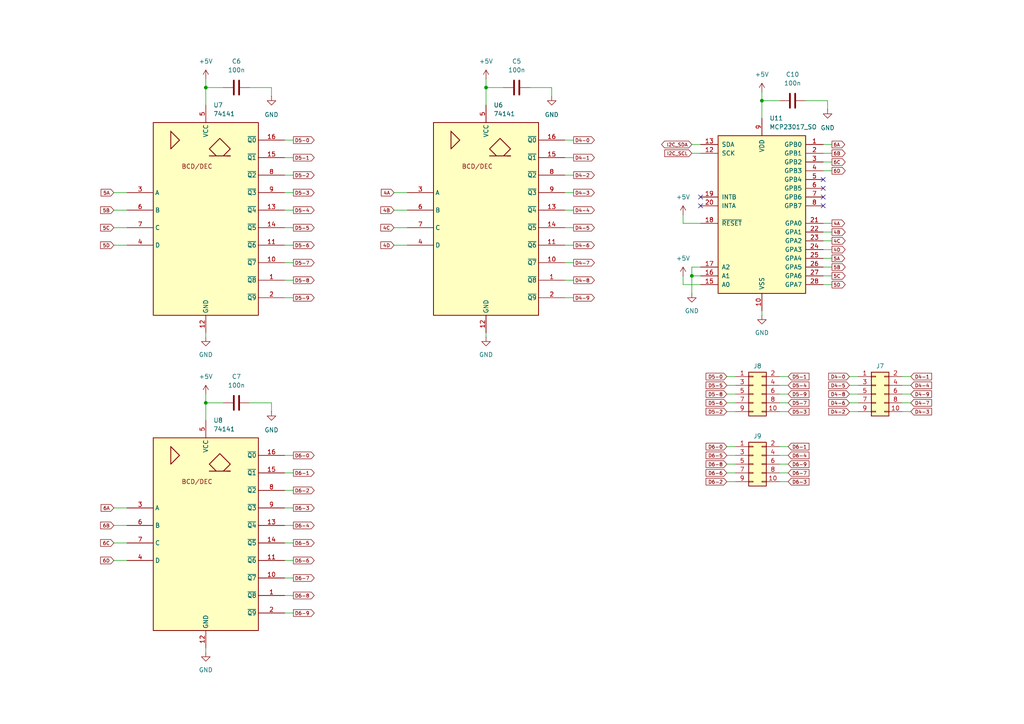
<source format=kicad_sch>
(kicad_sch (version 20231120) (generator "eeschema") (generator_version "8.0")
  (paper "A4")
  (lib_symbols
    (symbol "74xx_IEEE:74141"
      (property "Reference" "U" (at 0 0 0))
      (property "Value" "74141" (at 15.24 -30.48 0))
      (symbol "74141_0_0"
        (polyline (pts (xy 7.112 18.288) (xy 6.096 18.288) (xy 6.096 18.288)) (stroke (width 0.254)) (fill (type background)))
        (polyline (pts (xy -10.16 25.4) (xy -10.16 20.32) (xy -7.62 22.86) (xy -10.16 25.4) (xy -10.16 25.4)) (stroke (width 0.254)) (fill (type background)))
        (polyline (pts (xy 5.08 18.288) (xy 7.112 20.32) (xy 4.064 23.368) (xy 1.016 20.32) (xy 3.048 18.288) (xy 1.016 18.288) (xy 7.112 18.288)) (stroke (width 0.254)) (fill (type background)))
        (text "BCD/DEC" (at -2.54 15.24 0) (effects (font (size 1.27 1.27))))
        (pin power_in line (at 0 -33.02 90) (length 5.08) (name "GND") (number "12"))
        (pin power_in line (at 0 33.02 270) (length 5.08) (name "VCC") (number "5"))
      )
      (symbol "74141_0_1"
        (rectangle (start -15.24 27.94) (end 15.24 -27.94) (stroke (width 0.254)) (fill (type background)))
      )
      (symbol "74141_1_1"
        (pin open_collector line (at 22.86 -17.78 180) (length 7.62) (name "~{Q8}") (number "1"))
        (pin open_collector line (at 22.86 -12.7 180) (length 7.62) (name "~{Q7}") (number "10"))
        (pin open_collector line (at 22.86 -7.62 180) (length 7.62) (name "~{Q6}") (number "11"))
        (pin open_collector line (at 22.86 2.54 180) (length 7.62) (name "~{Q4}") (number "13"))
        (pin open_collector line (at 22.86 -2.54 180) (length 7.62) (name "~{Q5}") (number "14"))
        (pin open_collector line (at 22.86 17.78 180) (length 7.62) (name "~{Q1}") (number "15"))
        (pin open_collector line (at 22.86 22.86 180) (length 7.62) (name "~{Q0}") (number "16"))
        (pin open_collector line (at 22.86 -22.86 180) (length 7.62) (name "~{Q9}") (number "2"))
        (pin input line (at -22.86 7.62 0) (length 7.62) (name "A") (number "3"))
        (pin input line (at -22.86 -7.62 0) (length 7.62) (name "D") (number "4"))
        (pin input line (at -22.86 2.54 0) (length 7.62) (name "B") (number "6"))
        (pin input line (at -22.86 -2.54 0) (length 7.62) (name "C") (number "7"))
        (pin open_collector line (at 22.86 12.7 180) (length 7.62) (name "~{Q2}") (number "8"))
        (pin open_collector line (at 22.86 7.62 180) (length 7.62) (name "~{Q3}") (number "9"))
      )
    )
    (symbol "Connector_Generic:Conn_02x05_Odd_Even" (pin_names (offset 1.016) hide)
      (property "Reference" "J" (at 1.27 7.62 0))
      (property "Value" "Conn_02x05_Odd_Even" (at 1.27 -7.62 0))
      (symbol "Conn_02x05_Odd_Even_1_1"
        (rectangle (start -1.27 -4.953) (end 0 -5.207) (stroke (width 0.1524)))
        (rectangle (start -1.27 -2.413) (end 0 -2.667) (stroke (width 0.1524)))
        (rectangle (start -1.27 0.127) (end 0 -0.127) (stroke (width 0.1524)))
        (rectangle (start -1.27 2.667) (end 0 2.413) (stroke (width 0.1524)))
        (rectangle (start -1.27 5.207) (end 0 4.953) (stroke (width 0.1524)))
        (rectangle (start -1.27 6.35) (end 3.81 -6.35) (stroke (width 0.254)) (fill (type background)))
        (rectangle (start 3.81 -4.953) (end 2.54 -5.207) (stroke (width 0.1524)))
        (rectangle (start 3.81 -2.413) (end 2.54 -2.667) (stroke (width 0.1524)))
        (rectangle (start 3.81 0.127) (end 2.54 -0.127) (stroke (width 0.1524)))
        (rectangle (start 3.81 2.667) (end 2.54 2.413) (stroke (width 0.1524)))
        (rectangle (start 3.81 5.207) (end 2.54 4.953) (stroke (width 0.1524)))
        (pin passive line (at -5.08 5.08 0) (length 3.81) (name "Pin_1") (number "1"))
        (pin passive line (at 7.62 -5.08 180) (length 3.81) (name "Pin_10") (number "10"))
        (pin passive line (at 7.62 5.08 180) (length 3.81) (name "Pin_2") (number "2"))
        (pin passive line (at -5.08 2.54 0) (length 3.81) (name "Pin_3") (number "3"))
        (pin passive line (at 7.62 2.54 180) (length 3.81) (name "Pin_4") (number "4"))
        (pin passive line (at -5.08 0 0) (length 3.81) (name "Pin_5") (number "5"))
        (pin passive line (at 7.62 0 180) (length 3.81) (name "Pin_6") (number "6"))
        (pin passive line (at -5.08 -2.54 0) (length 3.81) (name "Pin_7") (number "7"))
        (pin passive line (at 7.62 -2.54 180) (length 3.81) (name "Pin_8") (number "8"))
        (pin passive line (at -5.08 -5.08 0) (length 3.81) (name "Pin_9") (number "9"))
      )
    )
    (symbol "Device:C" (pin_numbers hide) (pin_names (offset 0.254))
      (property "Reference" "C" (at 0.635 2.54 0))
      (property "Value" "C" (at 0.635 -2.54 0))
      (symbol "C_0_1"
        (polyline (pts (xy -2.032 -0.762) (xy 2.032 -0.762)) (stroke (width 0.508)))
        (polyline (pts (xy -2.032 0.762) (xy 2.032 0.762)) (stroke (width 0.508)))
      )
      (symbol "C_1_1"
        (pin passive line (at 0 3.81 270) (length 2.794) (name "~") (number "1"))
        (pin passive line (at 0 -3.81 90) (length 2.794) (name "~") (number "2"))
      )
    )
    (symbol "Interface_Expansion:MCP23017_SO" (pin_names (offset 1.016))
      (property "Reference" "U" (at -11.43 24.13 0))
      (property "Value" "MCP23017_SO" (at 0 0 0))
      (symbol "MCP23017_SO_0_1"
        (rectangle (start -12.7 22.86) (end 12.7 -22.86) (stroke (width 0.254)) (fill (type background)))
      )
      (symbol "MCP23017_SO_1_1"
        (pin bidirectional line (at 17.78 20.32 180) (length 5.08) (name "GPB0") (number "1"))
        (pin power_in line (at 0 -27.94 90) (length 5.08) (name "VSS") (number "10"))
        (pin no_connect line (at -12.7 15.24 0) (length 5.08) hide (name "NC") (number "11"))
        (pin input line (at -17.78 17.78 0) (length 5.08) (name "SCK") (number "12"))
        (pin bidirectional line (at -17.78 20.32 0) (length 5.08) (name "SDA") (number "13"))
        (pin no_connect line (at -12.7 12.7 0) (length 5.08) hide (name "NC") (number "14"))
        (pin input line (at -17.78 -20.32 0) (length 5.08) (name "A0") (number "15"))
        (pin input line (at -17.78 -17.78 0) (length 5.08) (name "A1") (number "16"))
        (pin input line (at -17.78 -15.24 0) (length 5.08) (name "A2") (number "17"))
        (pin input line (at -17.78 -2.54 0) (length 5.08) (name "~{RESET}") (number "18"))
        (pin tri_state line (at -17.78 5.08 0) (length 5.08) (name "INTB") (number "19"))
        (pin bidirectional line (at 17.78 17.78 180) (length 5.08) (name "GPB1") (number "2"))
        (pin tri_state line (at -17.78 2.54 0) (length 5.08) (name "INTA") (number "20"))
        (pin bidirectional line (at 17.78 -2.54 180) (length 5.08) (name "GPA0") (number "21"))
        (pin bidirectional line (at 17.78 -5.08 180) (length 5.08) (name "GPA1") (number "22"))
        (pin bidirectional line (at 17.78 -7.62 180) (length 5.08) (name "GPA2") (number "23"))
        (pin bidirectional line (at 17.78 -10.16 180) (length 5.08) (name "GPA3") (number "24"))
        (pin bidirectional line (at 17.78 -12.7 180) (length 5.08) (name "GPA4") (number "25"))
        (pin bidirectional line (at 17.78 -15.24 180) (length 5.08) (name "GPA5") (number "26"))
        (pin bidirectional line (at 17.78 -17.78 180) (length 5.08) (name "GPA6") (number "27"))
        (pin bidirectional line (at 17.78 -20.32 180) (length 5.08) (name "GPA7") (number "28"))
        (pin bidirectional line (at 17.78 15.24 180) (length 5.08) (name "GPB2") (number "3"))
        (pin bidirectional line (at 17.78 12.7 180) (length 5.08) (name "GPB3") (number "4"))
        (pin bidirectional line (at 17.78 10.16 180) (length 5.08) (name "GPB4") (number "5"))
        (pin bidirectional line (at 17.78 7.62 180) (length 5.08) (name "GPB5") (number "6"))
        (pin bidirectional line (at 17.78 5.08 180) (length 5.08) (name "GPB6") (number "7"))
        (pin bidirectional line (at 17.78 2.54 180) (length 5.08) (name "GPB7") (number "8"))
        (pin power_in line (at 0 27.94 270) (length 5.08) (name "VDD") (number "9"))
      )
    )
    (symbol "power:+5V" (power) (pin_numbers hide) (pin_names (offset 0) hide)
      (property "Value" "+5V" (at 0 3.556 0))
      (symbol "+5V_0_1"
        (polyline (pts (xy -0.762 1.27) (xy 0 2.54)))
        (polyline (pts (xy 0 0) (xy 0 2.54)))
        (polyline (pts (xy 0 2.54) (xy 0.762 1.27)))
      )
      (symbol "+5V_1_1"
        (pin power_in line (at 0 0 90) (length 0) (name "~") (number "1"))
      )
    )
    (symbol "power:GND" (power) (pin_numbers hide) (pin_names (offset 0) hide)
      (property "Value" "GND" (at 0 -3.81 0))
      (symbol "GND_0_1"
        (polyline (pts (xy 0 0) (xy 0 -1.27) (xy 1.27 -1.27) (xy 0 -2.54) (xy -1.27 -1.27) (xy 0 -1.27)))
      )
      (symbol "GND_1_1"
        (pin power_in line (at 0 0 270) (length 0) (name "~") (number "1"))
      )
    )
  )
  (junction (at 140.97 25.4))
  (junction (at 200.66 80.01))
  (junction (at 220.98 29.21))
  (junction (at 59.69 116.84))
  (junction (at 59.69 25.4))
  (no_connect (at 238.76 59.69))
  (no_connect (at 203.2 57.15))
  (no_connect (at 203.2 59.69))
  (no_connect (at 238.76 54.61))
  (no_connect (at 238.76 57.15))
  (no_connect (at 238.76 52.07))
  (wire (pts (xy 82.55 162.56) (xy 85.09 162.56)))
  (wire (pts (xy 140.97 25.4) (xy 140.97 30.48)))
  (wire (pts (xy 160.02 25.4) (xy 160.02 27.94)))
  (wire (pts (xy 82.55 177.8) (xy 85.09 177.8)))
  (wire (pts (xy 238.76 69.85) (xy 241.3 69.85)))
  (wire (pts (xy 238.76 49.53) (xy 241.3 49.53)))
  (wire (pts (xy 226.06 116.84) (xy 228.6 116.84)))
  (wire (pts (xy 114.3 55.88) (xy 118.11 55.88)))
  (wire (pts (xy 226.06 137.16) (xy 228.6 137.16)))
  (wire (pts (xy 226.06 111.76) (xy 228.6 111.76)))
  (wire (pts (xy 140.97 22.86) (xy 140.97 25.4)))
  (wire (pts (xy 261.62 114.3) (xy 264.16 114.3)))
  (wire (pts (xy 82.55 167.64) (xy 85.09 167.64)))
  (wire (pts (xy 226.06 119.38) (xy 228.6 119.38)))
  (wire (pts (xy 248.92 119.38) (xy 246.38 119.38)))
  (wire (pts (xy 59.69 96.52) (xy 59.69 97.79)))
  (wire (pts (xy 213.36 114.3) (xy 210.82 114.3)))
  (wire (pts (xy 238.76 64.77) (xy 241.3 64.77)))
  (wire (pts (xy 198.12 64.77) (xy 203.2 64.77)))
  (wire (pts (xy 114.3 66.04) (xy 118.11 66.04)))
  (wire (pts (xy 248.92 111.76) (xy 246.38 111.76)))
  (wire (pts (xy 82.55 60.96) (xy 85.09 60.96)))
  (wire (pts (xy 82.55 132.08) (xy 85.09 132.08)))
  (wire (pts (xy 248.92 114.3) (xy 246.38 114.3)))
  (wire (pts (xy 82.55 55.88) (xy 85.09 55.88)))
  (wire (pts (xy 226.06 129.54) (xy 228.6 129.54)))
  (wire (pts (xy 163.83 66.04) (xy 166.37 66.04)))
  (wire (pts (xy 33.02 157.48) (xy 36.83 157.48)))
  (wire (pts (xy 59.69 116.84) (xy 59.69 121.92)))
  (wire (pts (xy 226.06 139.7) (xy 228.6 139.7)))
  (wire (pts (xy 261.62 111.76) (xy 264.16 111.76)))
  (wire (pts (xy 220.98 29.21) (xy 220.98 34.29)))
  (wire (pts (xy 82.55 147.32) (xy 85.09 147.32)))
  (wire (pts (xy 238.76 67.31) (xy 241.3 67.31)))
  (wire (pts (xy 163.83 45.72) (xy 166.37 45.72)))
  (wire (pts (xy 200.66 77.47) (xy 200.66 80.01)))
  (wire (pts (xy 82.55 137.16) (xy 85.09 137.16)))
  (wire (pts (xy 33.02 147.32) (xy 36.83 147.32)))
  (wire (pts (xy 238.76 80.01) (xy 241.3 80.01)))
  (wire (pts (xy 261.62 109.22) (xy 264.16 109.22)))
  (wire (pts (xy 33.02 60.96) (xy 36.83 60.96)))
  (wire (pts (xy 213.36 134.62) (xy 210.82 134.62)))
  (wire (pts (xy 261.62 116.84) (xy 264.16 116.84)))
  (wire (pts (xy 163.83 76.2) (xy 166.37 76.2)))
  (wire (pts (xy 33.02 66.04) (xy 36.83 66.04)))
  (wire (pts (xy 59.69 116.84) (xy 64.77 116.84)))
  (wire (pts (xy 140.97 25.4) (xy 146.05 25.4)))
  (wire (pts (xy 226.06 109.22) (xy 228.6 109.22)))
  (wire (pts (xy 213.36 132.08) (xy 210.82 132.08)))
  (wire (pts (xy 163.83 86.36) (xy 166.37 86.36)))
  (wire (pts (xy 213.36 137.16) (xy 210.82 137.16)))
  (wire (pts (xy 72.39 25.4) (xy 78.74 25.4)))
  (wire (pts (xy 59.69 114.3) (xy 59.69 116.84)))
  (wire (pts (xy 82.55 50.8) (xy 85.09 50.8)))
  (wire (pts (xy 200.66 41.91) (xy 203.2 41.91)))
  (wire (pts (xy 226.06 114.3) (xy 228.6 114.3)))
  (wire (pts (xy 238.76 41.91) (xy 241.3 41.91)))
  (wire (pts (xy 213.36 109.22) (xy 210.82 109.22)))
  (wire (pts (xy 226.06 134.62) (xy 228.6 134.62)))
  (wire (pts (xy 238.76 74.93) (xy 241.3 74.93)))
  (wire (pts (xy 82.55 76.2) (xy 85.09 76.2)))
  (wire (pts (xy 198.12 82.55) (xy 203.2 82.55)))
  (wire (pts (xy 59.69 22.86) (xy 59.69 25.4)))
  (wire (pts (xy 240.03 29.21) (xy 240.03 31.75)))
  (wire (pts (xy 82.55 40.64) (xy 85.09 40.64)))
  (wire (pts (xy 82.55 142.24) (xy 85.09 142.24)))
  (wire (pts (xy 163.83 50.8) (xy 166.37 50.8)))
  (wire (pts (xy 200.66 77.47) (xy 203.2 77.47)))
  (wire (pts (xy 238.76 46.99) (xy 241.3 46.99)))
  (wire (pts (xy 82.55 45.72) (xy 85.09 45.72)))
  (wire (pts (xy 220.98 90.17) (xy 220.98 91.44)))
  (wire (pts (xy 261.62 119.38) (xy 264.16 119.38)))
  (wire (pts (xy 200.66 80.01) (xy 203.2 80.01)))
  (wire (pts (xy 33.02 55.88) (xy 36.83 55.88)))
  (wire (pts (xy 248.92 116.84) (xy 246.38 116.84)))
  (wire (pts (xy 226.06 132.08) (xy 228.6 132.08)))
  (wire (pts (xy 163.83 60.96) (xy 166.37 60.96)))
  (wire (pts (xy 233.68 29.21) (xy 240.03 29.21)))
  (wire (pts (xy 163.83 81.28) (xy 166.37 81.28)))
  (wire (pts (xy 238.76 44.45) (xy 241.3 44.45)))
  (wire (pts (xy 72.39 116.84) (xy 78.74 116.84)))
  (wire (pts (xy 248.92 109.22) (xy 246.38 109.22)))
  (wire (pts (xy 140.97 96.52) (xy 140.97 97.79)))
  (wire (pts (xy 82.55 152.4) (xy 85.09 152.4)))
  (wire (pts (xy 213.36 111.76) (xy 210.82 111.76)))
  (wire (pts (xy 33.02 162.56) (xy 36.83 162.56)))
  (wire (pts (xy 238.76 82.55) (xy 241.3 82.55)))
  (wire (pts (xy 82.55 81.28) (xy 85.09 81.28)))
  (wire (pts (xy 59.69 187.96) (xy 59.69 189.23)))
  (wire (pts (xy 82.55 172.72) (xy 85.09 172.72)))
  (wire (pts (xy 213.36 129.54) (xy 210.82 129.54)))
  (wire (pts (xy 213.36 116.84) (xy 210.82 116.84)))
  (wire (pts (xy 163.83 40.64) (xy 166.37 40.64)))
  (wire (pts (xy 114.3 60.96) (xy 118.11 60.96)))
  (wire (pts (xy 82.55 157.48) (xy 85.09 157.48)))
  (wire (pts (xy 163.83 55.88) (xy 166.37 55.88)))
  (wire (pts (xy 153.67 25.4) (xy 160.02 25.4)))
  (wire (pts (xy 33.02 71.12) (xy 36.83 71.12)))
  (wire (pts (xy 200.66 44.45) (xy 203.2 44.45)))
  (wire (pts (xy 220.98 29.21) (xy 226.06 29.21)))
  (wire (pts (xy 82.55 86.36) (xy 85.09 86.36)))
  (wire (pts (xy 200.66 80.01) (xy 200.66 85.09)))
  (wire (pts (xy 163.83 71.12) (xy 166.37 71.12)))
  (wire (pts (xy 198.12 80.01) (xy 198.12 82.55)))
  (wire (pts (xy 82.55 71.12) (xy 85.09 71.12)))
  (wire (pts (xy 59.69 25.4) (xy 59.69 30.48)))
  (wire (pts (xy 213.36 139.7) (xy 210.82 139.7)))
  (wire (pts (xy 198.12 62.23) (xy 198.12 64.77)))
  (wire (pts (xy 82.55 66.04) (xy 85.09 66.04)))
  (wire (pts (xy 238.76 72.39) (xy 241.3 72.39)))
  (wire (pts (xy 114.3 71.12) (xy 118.11 71.12)))
  (wire (pts (xy 33.02 152.4) (xy 36.83 152.4)))
  (wire (pts (xy 78.74 116.84) (xy 78.74 119.38)))
  (wire (pts (xy 78.74 25.4) (xy 78.74 27.94)))
  (wire (pts (xy 220.98 26.67) (xy 220.98 29.21)))
  (wire (pts (xy 59.69 25.4) (xy 64.77 25.4)))
  (wire (pts (xy 213.36 119.38) (xy 210.82 119.38)))
  (wire (pts (xy 238.76 77.47) (xy 241.3 77.47)))
  (global_label "D5-5" (shape input) (at 210.82 111.76 180) (effects (font (size 1 1))) (property "Intersheetrefs" "${INTERSHEET_REFS}" (effects (hide yes))))
  (global_label "I2C_SCL" (shape input) (at 200.66 44.45 180) (effects (font (size 1 1))) (property "Intersheetrefs" "${INTERSHEET_REFS}" (effects (hide yes))))
  (global_label "D6-3" (shape output) (at 85.09 147.32 0) (effects (font (size 1 1))) (property "Intersheetrefs" "${INTERSHEET_REFS}" (effects (hide yes))))
  (global_label "D6-7" (shape output) (at 85.09 167.64 0) (effects (font (size 1 1))) (property "Intersheetrefs" "${INTERSHEET_REFS}" (effects (hide yes))))
  (global_label "D4-2" (shape output) (at 166.37 50.8 0) (effects (font (size 1 1))) (property "Intersheetrefs" "${INTERSHEET_REFS}" (effects (hide yes))))
  (global_label "4B" (shape output) (at 241.3 67.31 0) (effects (font (size 1 1))) (property "Intersheetrefs" "${INTERSHEET_REFS}" (effects (hide yes))))
  (global_label "5C" (shape input) (at 33.02 66.04 180) (effects (font (size 1 1))) (property "Intersheetrefs" "${INTERSHEET_REFS}" (effects (hide yes))))
  (global_label "D4-2" (shape input) (at 246.38 119.38 180) (effects (font (size 1 1))) (property "Intersheetrefs" "${INTERSHEET_REFS}" (effects (hide yes))))
  (global_label "6C" (shape output) (at 241.3 46.99 0) (effects (font (size 1 1))) (property "Intersheetrefs" "${INTERSHEET_REFS}" (effects (hide yes))))
  (global_label "D5-4" (shape output) (at 85.09 60.96 0) (effects (font (size 1 1))) (property "Intersheetrefs" "${INTERSHEET_REFS}" (effects (hide yes))))
  (global_label "D4-0" (shape input) (at 246.38 109.22 180) (effects (font (size 1 1))) (property "Intersheetrefs" "${INTERSHEET_REFS}" (effects (hide yes))))
  (global_label "D4-5" (shape input) (at 246.38 111.76 180) (effects (font (size 1 1))) (property "Intersheetrefs" "${INTERSHEET_REFS}" (effects (hide yes))))
  (global_label "5D" (shape input) (at 33.02 71.12 180) (effects (font (size 1 1))) (property "Intersheetrefs" "${INTERSHEET_REFS}" (effects (hide yes))))
  (global_label "D4-1" (shape output) (at 166.37 45.72 0) (effects (font (size 1 1))) (property "Intersheetrefs" "${INTERSHEET_REFS}" (effects (hide yes))))
  (global_label "D4-4" (shape output) (at 166.37 60.96 0) (effects (font (size 1 1))) (property "Intersheetrefs" "${INTERSHEET_REFS}" (effects (hide yes))))
  (global_label "D6-4" (shape output) (at 85.09 152.4 0) (effects (font (size 1 1))) (property "Intersheetrefs" "${INTERSHEET_REFS}" (effects (hide yes))))
  (global_label "D6-6" (shape input) (at 210.82 137.16 180) (effects (font (size 1 1))) (property "Intersheetrefs" "${INTERSHEET_REFS}" (effects (hide yes))))
  (global_label "D5-2" (shape output) (at 85.09 50.8 0) (effects (font (size 1 1))) (property "Intersheetrefs" "${INTERSHEET_REFS}" (effects (hide yes))))
  (global_label "D5-0" (shape input) (at 210.82 109.22 180) (effects (font (size 1 1))) (property "Intersheetrefs" "${INTERSHEET_REFS}" (effects (hide yes))))
  (global_label "D5-6" (shape input) (at 210.82 116.84 180) (effects (font (size 1 1))) (property "Intersheetrefs" "${INTERSHEET_REFS}" (effects (hide yes))))
  (global_label "D6-3" (shape input) (at 228.6 139.7 0) (effects (font (size 1 1))) (property "Intersheetrefs" "${INTERSHEET_REFS}" (effects (hide yes))))
  (global_label "5C" (shape output) (at 241.3 80.01 0) (effects (font (size 1 1))) (property "Intersheetrefs" "${INTERSHEET_REFS}" (effects (hide yes))))
  (global_label "D6-5" (shape input) (at 210.82 132.08 180) (effects (font (size 1 1))) (property "Intersheetrefs" "${INTERSHEET_REFS}" (effects (hide yes))))
  (global_label "6D" (shape input) (at 33.02 162.56 180) (effects (font (size 1 1))) (property "Intersheetrefs" "${INTERSHEET_REFS}" (effects (hide yes))))
  (global_label "D4-6" (shape output) (at 166.37 71.12 0) (effects (font (size 1 1))) (property "Intersheetrefs" "${INTERSHEET_REFS}" (effects (hide yes))))
  (global_label "D4-5" (shape output) (at 166.37 66.04 0) (effects (font (size 1 1))) (property "Intersheetrefs" "${INTERSHEET_REFS}" (effects (hide yes))))
  (global_label "5B" (shape input) (at 33.02 60.96 180) (effects (font (size 1 1))) (property "Intersheetrefs" "${INTERSHEET_REFS}" (effects (hide yes))))
  (global_label "D5-8" (shape input) (at 210.82 114.3 180) (effects (font (size 1 1))) (property "Intersheetrefs" "${INTERSHEET_REFS}" (effects (hide yes))))
  (global_label "D6-2" (shape input) (at 210.82 139.7 180) (effects (font (size 1 1))) (property "Intersheetrefs" "${INTERSHEET_REFS}" (effects (hide yes))))
  (global_label "6C" (shape input) (at 33.02 157.48 180) (effects (font (size 1 1))) (property "Intersheetrefs" "${INTERSHEET_REFS}" (effects (hide yes))))
  (global_label "D6-0" (shape input) (at 210.82 129.54 180) (effects (font (size 1 1))) (property "Intersheetrefs" "${INTERSHEET_REFS}" (effects (hide yes))))
  (global_label "D5-5" (shape output) (at 85.09 66.04 0) (effects (font (size 1 1))) (property "Intersheetrefs" "${INTERSHEET_REFS}" (effects (hide yes))))
  (global_label "D4-4" (shape input) (at 264.16 111.76 0) (effects (font (size 1 1))) (property "Intersheetrefs" "${INTERSHEET_REFS}" (effects (hide yes))))
  (global_label "6A" (shape output) (at 241.3 41.91 0) (effects (font (size 1 1))) (property "Intersheetrefs" "${INTERSHEET_REFS}" (effects (hide yes))))
  (global_label "6D" (shape output) (at 241.3 49.53 0) (effects (font (size 1 1))) (property "Intersheetrefs" "${INTERSHEET_REFS}" (effects (hide yes))))
  (global_label "D4-3" (shape output) (at 166.37 55.88 0) (effects (font (size 1 1))) (property "Intersheetrefs" "${INTERSHEET_REFS}" (effects (hide yes))))
  (global_label "5D" (shape output) (at 241.3 82.55 0) (effects (font (size 1 1))) (property "Intersheetrefs" "${INTERSHEET_REFS}" (effects (hide yes))))
  (global_label "5B" (shape output) (at 241.3 77.47 0) (effects (font (size 1 1))) (property "Intersheetrefs" "${INTERSHEET_REFS}" (effects (hide yes))))
  (global_label "4D" (shape output) (at 241.3 72.39 0) (effects (font (size 1 1))) (property "Intersheetrefs" "${INTERSHEET_REFS}" (effects (hide yes))))
  (global_label "D6-8" (shape input) (at 210.82 134.62 180) (effects (font (size 1 1))) (property "Intersheetrefs" "${INTERSHEET_REFS}" (effects (hide yes))))
  (global_label "4C" (shape input) (at 114.3 66.04 180) (effects (font (size 1 1))) (property "Intersheetrefs" "${INTERSHEET_REFS}" (effects (hide yes))))
  (global_label "4C" (shape output) (at 241.3 69.85 0) (effects (font (size 1 1))) (property "Intersheetrefs" "${INTERSHEET_REFS}" (effects (hide yes))))
  (global_label "5A" (shape output) (at 241.3 74.93 0) (effects (font (size 1 1))) (property "Intersheetrefs" "${INTERSHEET_REFS}" (effects (hide yes))))
  (global_label "4D" (shape input) (at 114.3 71.12 180) (effects (font (size 1 1))) (property "Intersheetrefs" "${INTERSHEET_REFS}" (effects (hide yes))))
  (global_label "D5-1" (shape input) (at 228.6 109.22 0) (effects (font (size 1 1))) (property "Intersheetrefs" "${INTERSHEET_REFS}" (effects (hide yes))))
  (global_label "D6-7" (shape input) (at 228.6 137.16 0) (effects (font (size 1 1))) (property "Intersheetrefs" "${INTERSHEET_REFS}" (effects (hide yes))))
  (global_label "D5-3" (shape output) (at 85.09 55.88 0) (effects (font (size 1 1))) (property "Intersheetrefs" "${INTERSHEET_REFS}" (effects (hide yes))))
  (global_label "D4-7" (shape input) (at 264.16 116.84 0) (effects (font (size 1 1))) (property "Intersheetrefs" "${INTERSHEET_REFS}" (effects (hide yes))))
  (global_label "D5-4" (shape input) (at 228.6 111.76 0) (effects (font (size 1 1))) (property "Intersheetrefs" "${INTERSHEET_REFS}" (effects (hide yes))))
  (global_label "D6-8" (shape output) (at 85.09 172.72 0) (effects (font (size 1 1))) (property "Intersheetrefs" "${INTERSHEET_REFS}" (effects (hide yes))))
  (global_label "D4-7" (shape output) (at 166.37 76.2 0) (effects (font (size 1 1))) (property "Intersheetrefs" "${INTERSHEET_REFS}" (effects (hide yes))))
  (global_label "D4-8" (shape input) (at 246.38 114.3 180) (effects (font (size 1 1))) (property "Intersheetrefs" "${INTERSHEET_REFS}" (effects (hide yes))))
  (global_label "6B" (shape input) (at 33.02 152.4 180) (effects (font (size 1 1))) (property "Intersheetrefs" "${INTERSHEET_REFS}" (effects (hide yes))))
  (global_label "D5-0" (shape output) (at 85.09 40.64 0) (effects (font (size 1 1))) (property "Intersheetrefs" "${INTERSHEET_REFS}" (effects (hide yes))))
  (global_label "D6-6" (shape output) (at 85.09 162.56 0) (effects (font (size 1 1))) (property "Intersheetrefs" "${INTERSHEET_REFS}" (effects (hide yes))))
  (global_label "D4-9" (shape output) (at 166.37 86.36 0) (effects (font (size 1 1))) (property "Intersheetrefs" "${INTERSHEET_REFS}" (effects (hide yes))))
  (global_label "6A" (shape input) (at 33.02 147.32 180) (effects (font (size 1 1))) (property "Intersheetrefs" "${INTERSHEET_REFS}" (effects (hide yes))))
  (global_label "D4-8" (shape output) (at 166.37 81.28 0) (effects (font (size 1 1))) (property "Intersheetrefs" "${INTERSHEET_REFS}" (effects (hide yes))))
  (global_label "D4-0" (shape output) (at 166.37 40.64 0) (effects (font (size 1 1))) (property "Intersheetrefs" "${INTERSHEET_REFS}" (effects (hide yes))))
  (global_label "D5-8" (shape output) (at 85.09 81.28 0) (effects (font (size 1 1))) (property "Intersheetrefs" "${INTERSHEET_REFS}" (effects (hide yes))))
  (global_label "D5-3" (shape input) (at 228.6 119.38 0) (effects (font (size 1 1))) (property "Intersheetrefs" "${INTERSHEET_REFS}" (effects (hide yes))))
  (global_label "4B" (shape input) (at 114.3 60.96 180) (effects (font (size 1 1))) (property "Intersheetrefs" "${INTERSHEET_REFS}" (effects (hide yes))))
  (global_label "4A" (shape input) (at 114.3 55.88 180) (effects (font (size 1 1))) (property "Intersheetrefs" "${INTERSHEET_REFS}" (effects (hide yes))))
  (global_label "5A" (shape input) (at 33.02 55.88 180) (effects (font (size 1 1))) (property "Intersheetrefs" "${INTERSHEET_REFS}" (effects (hide yes))))
  (global_label "4A" (shape output) (at 241.3 64.77 0) (effects (font (size 1 1))) (property "Intersheetrefs" "${INTERSHEET_REFS}" (effects (hide yes))))
  (global_label "D4-3" (shape input) (at 264.16 119.38 0) (effects (font (size 1 1))) (property "Intersheetrefs" "${INTERSHEET_REFS}" (effects (hide yes))))
  (global_label "D6-1" (shape input) (at 228.6 129.54 0) (effects (font (size 1 1))) (property "Intersheetrefs" "${INTERSHEET_REFS}" (effects (hide yes))))
  (global_label "D6-2" (shape output) (at 85.09 142.24 0) (effects (font (size 1 1))) (property "Intersheetrefs" "${INTERSHEET_REFS}" (effects (hide yes))))
  (global_label "D6-4" (shape input) (at 228.6 132.08 0) (effects (font (size 1 1))) (property "Intersheetrefs" "${INTERSHEET_REFS}" (effects (hide yes))))
  (global_label "D6-1" (shape output) (at 85.09 137.16 0) (effects (font (size 1 1))) (property "Intersheetrefs" "${INTERSHEET_REFS}" (effects (hide yes))))
  (global_label "D4-1" (shape input) (at 264.16 109.22 0) (effects (font (size 1 1))) (property "Intersheetrefs" "${INTERSHEET_REFS}" (effects (hide yes))))
  (global_label "D5-7" (shape output) (at 85.09 76.2 0) (effects (font (size 1 1))) (property "Intersheetrefs" "${INTERSHEET_REFS}" (effects (hide yes))))
  (global_label "D5-1" (shape output) (at 85.09 45.72 0) (effects (font (size 1 1))) (property "Intersheetrefs" "${INTERSHEET_REFS}" (effects (hide yes))))
  (global_label "D5-9" (shape input) (at 228.6 114.3 0) (effects (font (size 1 1))) (property "Intersheetrefs" "${INTERSHEET_REFS}" (effects (hide yes))))
  (global_label "D6-0" (shape output) (at 85.09 132.08 0) (effects (font (size 1 1))) (property "Intersheetrefs" "${INTERSHEET_REFS}" (effects (hide yes))))
  (global_label "I2C_SDA" (shape bidirectional) (at 200.66 41.91 180) (effects (font (size 1 1))) (property "Intersheetrefs" "${INTERSHEET_REFS}" (effects (hide yes))))
  (global_label "D5-9" (shape output) (at 85.09 86.36 0) (effects (font (size 1 1))) (property "Intersheetrefs" "${INTERSHEET_REFS}" (effects (hide yes))))
  (global_label "D6-5" (shape output) (at 85.09 157.48 0) (effects (font (size 1 1))) (property "Intersheetrefs" "${INTERSHEET_REFS}" (effects (hide yes))))
  (global_label "D4-6" (shape input) (at 246.38 116.84 180) (effects (font (size 1 1))) (property "Intersheetrefs" "${INTERSHEET_REFS}" (effects (hide yes))))
  (global_label "D6-9" (shape output) (at 85.09 177.8 0) (effects (font (size 1 1))) (property "Intersheetrefs" "${INTERSHEET_REFS}" (effects (hide yes))))
  (global_label "D5-7" (shape input) (at 228.6 116.84 0) (effects (font (size 1 1))) (property "Intersheetrefs" "${INTERSHEET_REFS}" (effects (hide yes))))
  (global_label "D5-2" (shape input) (at 210.82 119.38 180) (effects (font (size 1 1))) (property "Intersheetrefs" "${INTERSHEET_REFS}" (effects (hide yes))))
  (global_label "D4-9" (shape input) (at 264.16 114.3 0) (effects (font (size 1 1))) (property "Intersheetrefs" "${INTERSHEET_REFS}" (effects (hide yes))))
  (global_label "6B" (shape output) (at 241.3 44.45 0) (effects (font (size 1 1))) (property "Intersheetrefs" "${INTERSHEET_REFS}" (effects (hide yes))))
  (global_label "D5-6" (shape output) (at 85.09 71.12 0) (effects (font (size 1 1))) (property "Intersheetrefs" "${INTERSHEET_REFS}" (effects (hide yes))))
  (global_label "D6-9" (shape input) (at 228.6 134.62 0) (effects (font (size 1 1))) (property "Intersheetrefs" "${INTERSHEET_REFS}" (effects (hide yes))))
  (symbol (lib_id "74xx_IEEE:74141") (at 59.69 154.94 0) (unit 1)
    (property "Reference" "U8" (at 61.8841 121.92 0) (effects (justify left)))
    (property "Value" "74141" (at 61.8841 124.46 0) (effects (justify left)))
    (property "Footprint" "Package_DIP:DIP-16_W7.62mm" (effects (hide yes)))
  )
  (symbol (lib_id "power:GND") (at 78.74 119.38 0) (unit 1)
    (property "Reference" "#PWR038" (effects (hide yes)))
    (property "Value" "GND" (at 78.74 124.714 0))
    (property "Description" "Power symbol creates a global label with name \"GND\" , ground" (effects (hide yes)))
  )
  (symbol (lib_id "Connector_Generic:Conn_02x05_Odd_Even") (at 254 114.3 0) (unit 1)
    (property "Reference" "J7" (at 255.27 106.172 0))
    (property "Value" "Conn_02x05_Odd_Even" (effects (hide yes)))
    (property "Footprint" "Connector_PinHeader_2.00mm:PinHeader_2x05_P2.00mm_Vertical" (effects (hide yes)))
    (property "Description" "Generic connector, double row, 02x05, odd/even pin numbering scheme (row 1 odd numbers, row 2 even numbers), script generated (kicad-library-utils/schlib/autogen/connector/)" (effects (hide yes)))
  )
  (symbol (lib_id "Device:C") (at 68.58 25.4 90) (unit 1)
    (property "Reference" "C6" (at 68.58 17.78 90))
    (property "Value" "100n" (at 68.58 20.32 90))
    (property "Footprint" "Capacitor_SMD:C_0805_2012Metric_Pad1.18x1.45mm_HandSolder" (effects (hide yes)))
    (property "Description" "Unpolarized capacitor" (effects (hide yes)))
  )
  (symbol (lib_id "power:+5V") (at 198.12 80.01 0) (unit 1)
    (property "Reference" "#PWR050" (effects (hide yes)))
    (property "Value" "+5V" (at 198.12 74.93 0))
    (property "Description" "Power symbol creates a global label with name \"+5V\"" (effects (hide yes)))
  )
  (symbol (lib_id "Device:C") (at 149.86 25.4 90) (unit 1)
    (property "Reference" "C5" (at 149.86 17.78 90))
    (property "Value" "100n" (at 149.86 20.32 90))
    (property "Footprint" "Capacitor_SMD:C_0805_2012Metric_Pad1.18x1.45mm_HandSolder" (effects (hide yes)))
    (property "Description" "Unpolarized capacitor" (effects (hide yes)))
  )
  (symbol (lib_id "power:GND") (at 78.74 27.94 0) (unit 1)
    (property "Reference" "#PWR037" (effects (hide yes)))
    (property "Value" "GND" (at 78.74 33.274 0))
    (property "Description" "Power symbol creates a global label with name \"GND\" , ground" (effects (hide yes)))
  )
  (symbol (lib_id "power:+5V") (at 140.97 22.86 0) (unit 1)
    (property "Reference" "#PWR02" (effects (hide yes)))
    (property "Value" "+5V" (at 140.97 17.78 0))
    (property "Description" "Power symbol creates a global label with name \"+5V\"" (effects (hide yes)))
  )
  (symbol (lib_id "power:+5V") (at 198.12 62.23 0) (unit 1)
    (property "Reference" "#PWR045" (effects (hide yes)))
    (property "Value" "+5V" (at 198.12 57.15 0))
    (property "Description" "Power symbol creates a global label with name \"+5V\"" (effects (hide yes)))
  )
  (symbol (lib_id "Connector_Generic:Conn_02x05_Odd_Even") (at 218.44 134.62 0) (unit 1)
    (property "Reference" "J9" (at 219.71 126.492 0))
    (property "Value" "Conn_02x05_Odd_Even" (effects (hide yes)))
    (property "Footprint" "Connector_PinHeader_2.00mm:PinHeader_2x05_P2.00mm_Vertical" (effects (hide yes)))
    (property "Description" "Generic connector, double row, 02x05, odd/even pin numbering scheme (row 1 odd numbers, row 2 even numbers), script generated (kicad-library-utils/schlib/autogen/connector/)" (effects (hide yes)))
  )
  (symbol (lib_id "power:+5V") (at 220.98 26.67 0) (unit 1)
    (property "Reference" "#PWR047" (effects (hide yes)))
    (property "Value" "+5V" (at 220.98 21.59 0))
    (property "Description" "Power symbol creates a global label with name \"+5V\"" (effects (hide yes)))
  )
  (symbol (lib_id "Device:C") (at 229.87 29.21 90) (unit 1)
    (property "Reference" "C10" (at 229.87 21.59 90))
    (property "Value" "100n" (at 229.87 24.13 90))
    (property "Footprint" "Capacitor_SMD:C_0805_2012Metric_Pad1.18x1.45mm_HandSolder" (effects (hide yes)))
    (property "Description" "Unpolarized capacitor" (effects (hide yes)))
  )
  (symbol (lib_id "power:GND") (at 200.66 85.09 0) (unit 1)
    (property "Reference" "#PWR046" (effects (hide yes)))
    (property "Value" "GND" (at 200.66 90.17 0))
    (property "Description" "Power symbol creates a global label with name \"GND\" , ground" (effects (hide yes)))
  )
  (symbol (lib_id "Interface_Expansion:MCP23017_SO") (at 220.98 62.23 0) (unit 1)
    (property "Reference" "U11" (at 223.1741 34.29 0) (effects (justify left)))
    (property "Value" "MCP23017_SO" (at 223.1741 36.83 0) (effects (justify left)))
    (property "Footprint" "Package_SO:SSOP-28_5.3x10.2mm_P0.65mm" (effects (hide yes)))
    (property "Datasheet" "http://ww1.microchip.com/downloads/en/DeviceDoc/20001952C.pdf" (effects (hide yes)))
    (property "Description" "16-bit I/O expander, I2C, interrupts, w pull-ups, SOIC-28" (effects (hide yes)))
  )
  (symbol (lib_id "power:GND") (at 240.03 31.75 0) (unit 1)
    (property "Reference" "#PWR049" (effects (hide yes)))
    (property "Value" "GND" (at 240.03 37.084 0))
    (property "Description" "Power symbol creates a global label with name \"GND\" , ground" (effects (hide yes)))
  )
  (symbol (lib_id "power:GND") (at 59.69 189.23 0) (unit 1)
    (property "Reference" "#PWR036" (effects (hide yes)))
    (property "Value" "GND" (at 59.69 194.31 0))
    (property "Description" "Power symbol creates a global label with name \"GND\" , ground" (effects (hide yes)))
  )
  (symbol (lib_id "power:GND") (at 59.69 97.79 0) (unit 1)
    (property "Reference" "#PWR034" (effects (hide yes)))
    (property "Value" "GND" (at 59.69 102.87 0))
    (property "Description" "Power symbol creates a global label with name \"GND\" , ground" (effects (hide yes)))
  )
  (symbol (lib_id "Connector_Generic:Conn_02x05_Odd_Even") (at 218.44 114.3 0) (unit 1)
    (property "Reference" "J8" (at 219.71 106.172 0))
    (property "Value" "Conn_02x05_Odd_Even" (effects (hide yes)))
    (property "Footprint" "Connector_PinHeader_2.00mm:PinHeader_2x05_P2.00mm_Vertical" (effects (hide yes)))
    (property "Description" "Generic connector, double row, 02x05, odd/even pin numbering scheme (row 1 odd numbers, row 2 even numbers), script generated (kicad-library-utils/schlib/autogen/connector/)" (effects (hide yes)))
  )
  (symbol (lib_id "power:GND") (at 220.98 91.44 0) (unit 1)
    (property "Reference" "#PWR048" (effects (hide yes)))
    (property "Value" "GND" (at 220.98 96.52 0))
    (property "Description" "Power symbol creates a global label with name \"GND\" , ground" (effects (hide yes)))
  )
  (symbol (lib_id "74xx_IEEE:74141") (at 59.69 63.5 0) (unit 1)
    (property "Reference" "U7" (at 61.8841 30.48 0) (effects (justify left)))
    (property "Value" "74141" (at 61.8841 33.02 0) (effects (justify left)))
    (property "Footprint" "Package_DIP:DIP-16_W7.62mm" (effects (hide yes)))
  )
  (symbol (lib_id "power:+5V") (at 59.69 114.3 0) (unit 1)
    (property "Reference" "#PWR035" (effects (hide yes)))
    (property "Value" "+5V" (at 59.69 109.22 0))
    (property "Description" "Power symbol creates a global label with name \"+5V\"" (effects (hide yes)))
  )
  (symbol (lib_id "74xx_IEEE:74141") (at 140.97 63.5 0) (unit 1)
    (property "Reference" "U6" (at 143.1641 30.48 0) (effects (justify left)))
    (property "Value" "74141" (at 143.1641 33.02 0) (effects (justify left)))
    (property "Footprint" "Package_DIP:DIP-16_W7.62mm" (effects (hide yes)))
  )
  (symbol (lib_id "power:+5V") (at 59.69 22.86 0) (unit 1)
    (property "Reference" "#PWR033" (effects (hide yes)))
    (property "Value" "+5V" (at 59.69 17.78 0))
    (property "Description" "Power symbol creates a global label with name \"+5V\"" (effects (hide yes)))
  )
  (symbol (lib_id "power:GND") (at 160.02 27.94 0) (unit 1)
    (property "Reference" "#PWR06" (effects (hide yes)))
    (property "Value" "GND" (at 160.02 33.274 0))
    (property "Description" "Power symbol creates a global label with name \"GND\" , ground" (effects (hide yes)))
  )
  (symbol (lib_id "Device:C") (at 68.58 116.84 90) (unit 1)
    (property "Reference" "C7" (at 68.58 109.22 90))
    (property "Value" "100n" (at 68.58 111.76 90))
    (property "Footprint" "Capacitor_SMD:C_0805_2012Metric_Pad1.18x1.45mm_HandSolder" (effects (hide yes)))
    (property "Description" "Unpolarized capacitor" (effects (hide yes)))
  )
  (symbol (lib_id "power:GND") (at 140.97 97.79 0) (unit 1)
    (property "Reference" "#PWR04" (effects (hide yes)))
    (property "Value" "GND" (at 140.97 102.87 0))
    (property "Description" "Power symbol creates a global label with name \"GND\" , ground" (effects (hide yes)))
  )
)
</source>
